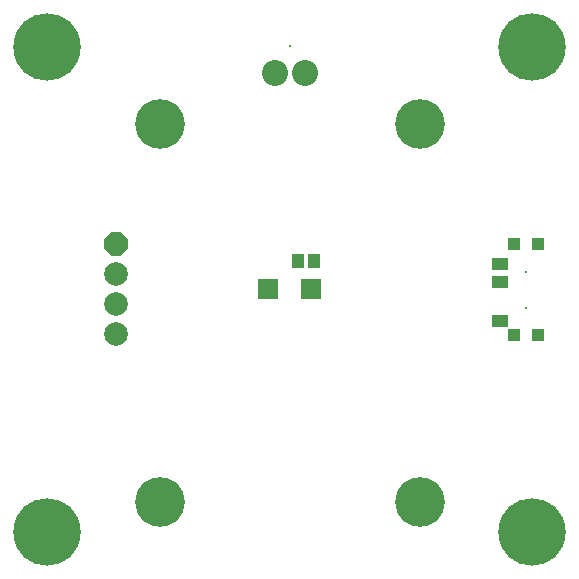
<source format=gts>
G04 Layer_Color=8388736*
%FSLAX44Y44*%
%MOMM*%
G71*
G01*
G75*
%ADD23R,1.0532X1.1532*%
%ADD24R,1.7032X1.8032*%
%ADD25R,1.4532X1.1032*%
%ADD26R,1.1032X1.0032*%
%ADD27C,0.2032*%
%ADD28P,2.1683X8X292.5*%
%ADD29C,2.0032*%
%ADD30C,4.2032*%
%ADD31C,5.7032*%
G04:AMPARAMS|DCode=32|XSize=0.2032mm|YSize=0.2032mm|CornerRadius=0mm|HoleSize=0mm|Usage=FLASHONLY|Rotation=180.000|XOffset=0mm|YOffset=0mm|HoleType=Round|Shape=RoundedRectangle|*
%AMROUNDEDRECTD32*
21,1,0.2032,0.2032,0,0,180.0*
21,1,0.2032,0.2032,0,0,180.0*
1,1,0.0000,-0.1016,0.1016*
1,1,0.0000,0.1016,0.1016*
1,1,0.0000,0.1016,-0.1016*
1,1,0.0000,-0.1016,-0.1016*
%
%ADD32ROUNDEDRECTD32*%
%ADD33C,2.2032*%
D23*
X257500Y274000D02*
D03*
X270500D02*
D03*
D24*
X268000Y250000D02*
D03*
X232000D02*
D03*
D25*
X428250Y223605D02*
D03*
Y256605D02*
D03*
Y271605D02*
D03*
D26*
X460000Y288105D02*
D03*
X440000D02*
D03*
X460000Y211105D02*
D03*
X440000D02*
D03*
D27*
X450000Y264605D02*
D03*
Y234605D02*
D03*
D28*
X103000Y288100D02*
D03*
D29*
Y262700D02*
D03*
Y237300D02*
D03*
Y211900D02*
D03*
D30*
X140000Y70000D02*
D03*
X360000D02*
D03*
Y390000D02*
D03*
X140000D02*
D03*
D31*
X45000Y455000D02*
D03*
X455000D02*
D03*
X45000Y45000D02*
D03*
X455000D02*
D03*
D32*
X250000Y456000D02*
D03*
D33*
X237300Y433200D02*
D03*
X262700D02*
D03*
M02*

</source>
